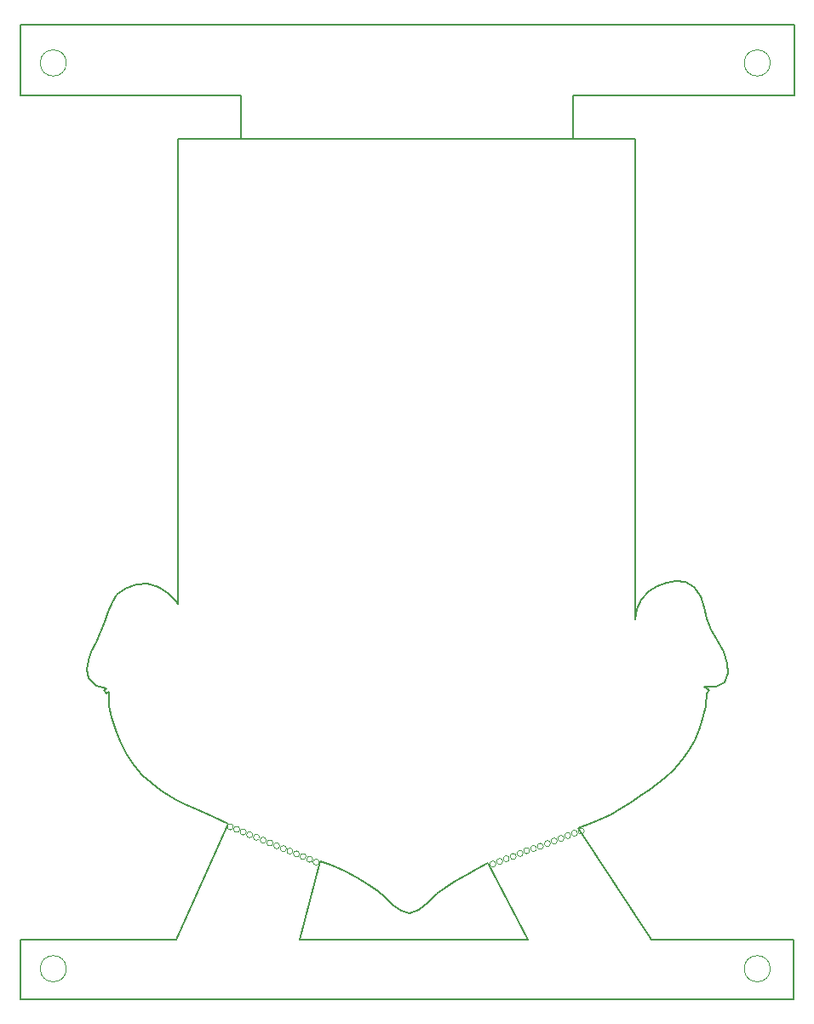
<source format=gko>
G04 Layer: BoardOutlineLayer*
G04 EasyEDA Pro v2.2.43.4, 2025-11-10 11:02:42*
G04 Gerber Generator version 0.3*
G04 Scale: 100 percent, Rotated: No, Reflected: No*
G04 Dimensions in millimeters*
G04 Leading zeros omitted, absolute positions, 4 integers and 5 decimals*
G04 Generated by one-click*
%FSLAX45Y45*%
%MOMM*%
%ADD10C,0.15*%
%ADD11C,0.135*%
%ADD12C,0.05*%
%ADD13C,0.2379*%
G75*


G04 PolygonModel Start*
G54D10*
G01X12250756Y-6251985D02*
G01X16206991Y-6252393D01*
G54D11*
G01X13357673Y-13434909D02*
G01X13426525Y-13458814D01*
G01X13495391Y-13484725D01*
G01X13609697Y-13535076D01*
G01X13720324Y-13593102D01*
G01X13826824Y-13658382D01*
G01X13928749Y-13730498D01*
G01X13996863Y-13791992D01*
G01X14074236Y-13865485D01*
G01X14157491Y-13926043D01*
G01X14243252Y-13948727D01*
G01X14335745Y-13914456D01*
G01X14427955Y-13840895D01*
G01X14516529Y-13757120D01*
G01X14598114Y-13692206D01*
G01X14701999Y-13629945D01*
G01X14806183Y-13568098D01*
G01X14911403Y-13508114D01*
G01X15018398Y-13451445D01*
G01X15418632Y-14214603D01*
G01X13150089Y-14214603D01*
G01X13357673Y-13434909D01*
G01X10370000Y-5118879D02*
G01X10370000Y-5818888D01*
G01X12570021Y-5818888D01*
G01X12570021Y-6249869D01*
G01X11939103Y-6249869D01*
G01X11939103Y-6458590D01*
G01X11939103Y-10449561D01*
G01X11939103Y-10872533D01*
G01X11924996Y-10851345D01*
G01X11840064Y-10765277D01*
G01X11743867Y-10705100D01*
G01X11639174Y-10675027D01*
G01X11528750Y-10679273D01*
G01X11415363Y-10722051D01*
G01X11332096Y-10784673D01*
G01X11283925Y-10859053D01*
G01X11248448Y-10955628D01*
G01X11211207Y-11056875D01*
G01X11168765Y-11156457D01*
G01X11123920Y-11255153D01*
G01X11079466Y-11353744D01*
G01X11048667Y-11436995D01*
G01X11033844Y-11530736D01*
G01X11054451Y-11616809D01*
G01X11125871Y-11685868D01*
G01X11230981Y-11715376D01*
G01X11205918Y-11735064D01*
G01X11230929Y-11764571D01*
G01X11250928Y-11748758D01*
G01X11257587Y-11825703D01*
G01X11257801Y-11895416D01*
G01X11283530Y-12004973D01*
G01X11330026Y-12153503D01*
G01X11369474Y-12260303D01*
G01X11432397Y-12374597D01*
G01X11507088Y-12481737D01*
G01X11586747Y-12575595D01*
G01X11676636Y-12657989D01*
G01X11774369Y-12731115D01*
G01X11877557Y-12797170D01*
G01X11921866Y-12820054D01*
G01X12009151Y-12862025D01*
G01X12130124Y-12918712D01*
G01X12275494Y-12985746D01*
G01X12435972Y-13058756D01*
G01X11926443Y-14214603D01*
G01X10376770Y-14214603D01*
G01X10376770Y-14801130D01*
G01X18063226Y-14801130D01*
G01X18063226Y-14214603D01*
G01X16647446Y-14214603D01*
G01X15921031Y-13103559D01*
G01X16057488Y-13049188D01*
G01X16171979Y-13000836D01*
G01X16249124Y-12963310D01*
G01X16346311Y-12905768D01*
G01X16441989Y-12845593D01*
G01X16536229Y-12783169D01*
G01X16629101Y-12718880D01*
G01X16706666Y-12663468D01*
G01X16782012Y-12605140D01*
G01X16867616Y-12523182D01*
G01X16949717Y-12427267D01*
G01X17020757Y-12331824D01*
G01X17075117Y-12234348D01*
G01X17117392Y-12130802D01*
G01X17156116Y-12021620D01*
G01X17189620Y-11888905D01*
G01X17194131Y-11761161D01*
G01X17196043Y-11762556D01*
G01X17220073Y-11732170D01*
G01X17175476Y-11700854D01*
G01X17175321Y-11700544D01*
G01X17291231Y-11694653D01*
G01X17374379Y-11652744D01*
G01X17408998Y-11564403D01*
G01X17402956Y-11467587D01*
G01X17367108Y-11352135D01*
G01X17302383Y-11235224D01*
G01X17239607Y-11127814D01*
G01X17199625Y-11019866D01*
G01X17173124Y-10908993D01*
G01X17138433Y-10803273D01*
G01X17073880Y-10710786D01*
G01X16988715Y-10657347D01*
G01X16895607Y-10643544D01*
G01X16800259Y-10660677D01*
G01X16708369Y-10700047D01*
G01X16625639Y-10752954D01*
G01X16548655Y-10833922D01*
G01X16505936Y-10927391D01*
G01X16483890Y-11029681D01*
G01X16483890Y-10449561D01*
G01X16483890Y-6249869D01*
G01X15869974Y-6249869D01*
G01X15869974Y-5818888D01*
G01X18070000Y-5818869D01*
G01X18070000Y-5118869D01*
G01X10370000Y-5118879D01*

G04 Circle Start*
G54D12*
G01X13219354Y-13413740D02*
G03X13279354Y-13413740I30000J0D01*
G03X13219354Y-13413740I-30000J0D01*
G01X12957550Y-13307060D02*
G03X13017550Y-13307060I30000J0D01*
G03X12957550Y-13307060I-30000J0D01*
G01X15445784Y-13307060D02*
G03X15505784Y-13307060I30000J0D01*
G03X15445784Y-13307060I-30000J0D01*
G01X10570000Y-14500860D02*
G03X10830000Y-14500860I130000J0D01*
G03X10570000Y-14500860I-130000J0D01*
G01X15919740Y-13131800D02*
G03X15979740Y-13131800I30000J0D01*
G03X15919740Y-13131800I-30000J0D01*
G01X12622256Y-13169900D02*
G03X12682256Y-13169900I30000J0D01*
G03X12622256Y-13169900I-30000J0D01*
G01X15649996Y-13230860D02*
G03X15709996Y-13230860I30000J0D01*
G03X15649996Y-13230860I-30000J0D01*
G01X12891082Y-13279120D02*
G03X12951082Y-13279120I30000J0D01*
G03X12891082Y-13279120I-30000J0D01*
G01X13087928Y-13360400D02*
G03X13147928Y-13360400I30000J0D01*
G03X13087928Y-13360400I-30000J0D01*
G01X17570000Y-14500860D02*
G03X17830000Y-14500860I130000J0D01*
G03X17570000Y-14500860I-130000J0D01*
G01X15040829Y-13459460D02*
G03X15100829Y-13459460I30000J0D01*
G03X15040829Y-13459460I-30000J0D01*
G01X12689880Y-13195300D02*
G03X12749880Y-13195300I30000J0D01*
G03X12689880Y-13195300I-30000J0D01*
G01X15718594Y-13205460D02*
G03X15778594Y-13205460I30000J0D01*
G03X15718594Y-13205460I-30000J0D01*
G01X12430000Y-13091160D02*
G03X12490000Y-13091160I30000J0D01*
G03X12430000Y-13091160I-30000J0D01*
G01X15784868Y-13177520D02*
G03X15844868Y-13177520I30000J0D01*
G03X15784868Y-13177520I-30000J0D01*
G01X15583952Y-13256260D02*
G03X15643952Y-13256260I30000J0D01*
G03X15583952Y-13256260I-30000J0D01*
G01X15852304Y-13154660D02*
G03X15912304Y-13154660I30000J0D01*
G03X15852304Y-13154660I-30000J0D01*
G01X12824614Y-13251180D02*
G03X12884614Y-13251180I30000J0D01*
G03X12824614Y-13251180I-30000J0D01*
G01X13284328Y-13441680D02*
G03X13344328Y-13441680I30000J0D01*
G03X13284328Y-13441680I-30000J0D01*
G01X13153641Y-13385800D02*
G03X13213641Y-13385800I30000J0D01*
G03X13153641Y-13385800I-30000J0D01*
G01X12493622Y-13116560D02*
G03X12553622Y-13116560I30000J0D01*
G03X12493622Y-13116560I-30000J0D01*
G01X15513276Y-13284200D02*
G03X15573276Y-13284200I30000J0D01*
G03X15513276Y-13284200I-30000J0D01*
G01X17570000Y-5499100D02*
G03X17830000Y-5499100I130000J0D01*
G03X17570000Y-5499100I-130000J0D01*
G01X15310799Y-13355320D02*
G03X15370799Y-13355320I30000J0D01*
G03X15310799Y-13355320I-30000J0D01*
G01X15243306Y-13385800D02*
G03X15303306Y-13385800I30000J0D01*
G03X15243306Y-13385800I-30000J0D01*
G01X12757247Y-13223240D02*
G03X12817247Y-13223240I30000J0D01*
G03X12757247Y-13223240I-30000J0D01*
G01X15174464Y-13408660D02*
G03X15234464Y-13408660I30000J0D01*
G03X15174464Y-13408660I-30000J0D01*
G01X15108322Y-13434060D02*
G03X15168321Y-13434060I30000J0D01*
G03X15108322Y-13434060I-30000J0D01*
G01X15376941Y-13329920D02*
G03X15436941Y-13329920I30000J0D01*
G03X15376941Y-13329920I-30000J0D01*
G01X13022825Y-13332460D02*
G03X13082825Y-13332460I30000J0D01*
G03X13022825Y-13332460I-30000J0D01*
G01X10570000Y-5499100D02*
G03X10830000Y-5499100I130000J0D01*
G03X10570000Y-5499100I-130000J0D01*
G01X12557939Y-13141960D02*
G03X12617939Y-13141960I30000J0D01*
G03X12557939Y-13141960I-30000J0D01*
G04 Circle End*

M02*


</source>
